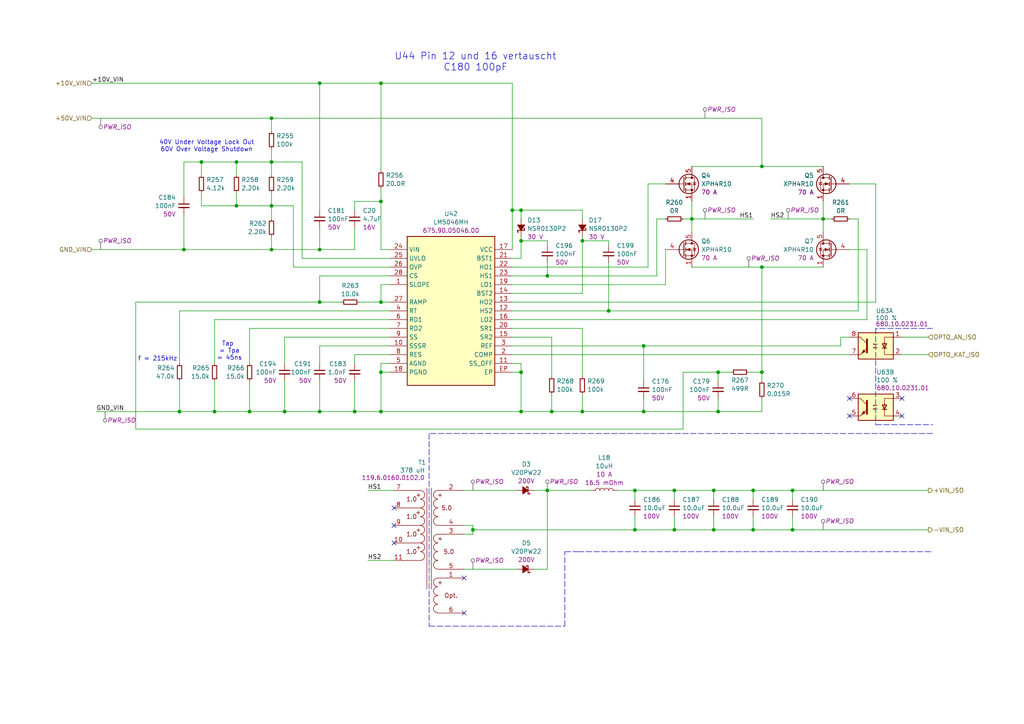
<source format=kicad_sch>
(kicad_sch (version 20250114) (generator "eeschema") (generator_version "9.0")
  (paper "A4")
  (title_block (title "CQ2") (date "2024-08-03") (rev "0") (comment 1 "Isolated Foreward Pre-Regulator") (comment 2 "Manfred Schmitz") (comment 3 "tbd") (comment 4 "2024-07-03") (comment 5 "tbd") (comment 6 "A"))
  (text "40V Under Voltage Lock Out\n60V Over Voltage Shutdown" (at 59.944 42.418 0) (effects (font (size 1.27 1.27))))
  (text "U44 Pin 12 und 16 vertauscht\nC180 100pF" (at 137.922 18.034 0) (effects (font (size 2 2))))
  (text "Tap \n= Tpa\n= 45ns" (at 66.548 101.854 0) (effects (font (size 1.27 1.27))))
  (text "f = 215kHz" (at 45.72 104.14 0) (effects (font (size 1.27 1.27))))
  (junction (at 158.75 142.24))
  (junction (at 110.49 107.95))
  (junction (at 82.55 119.38))
  (junction (at 229.87 142.24))
  (junction (at 102.87 119.38))
  (junction (at 218.44 142.24))
  (junction (at 186.69 100.33))
  (junction (at 168.91 69.85))
  (junction (at 195.58 153.67))
  (junction (at 208.28 107.95))
  (junction (at 151.13 107.95))
  (junction (at 151.13 69.85))
  (junction (at 62.23 119.38))
  (junction (at 110.49 119.38))
  (junction (at 92.71 119.38))
  (junction (at 160.02 119.38))
  (junction (at 68.58 46.99))
  (junction (at 110.49 58.42))
  (junction (at 220.98 48.26))
  (junction (at 238.76 63.5))
  (junction (at 58.42 46.99))
  (junction (at 186.69 119.38))
  (junction (at 110.49 87.63))
  (junction (at 92.71 87.63))
  (junction (at 53.34 72.39))
  (junction (at 184.15 142.24))
  (junction (at 151.13 60.96))
  (junction (at 78.74 46.99))
  (junction (at 207.01 153.67))
  (junction (at 78.74 72.39))
  (junction (at 158.75 80.01))
  (junction (at 68.58 59.69))
  (junction (at 218.44 153.67))
  (junction (at 200.66 63.5))
  (junction (at 72.39 119.38))
  (junction (at 148.59 60.96))
  (junction (at 110.49 24.13))
  (junction (at 220.98 107.95))
  (junction (at 195.58 142.24))
  (junction (at 92.71 24.13))
  (junction (at 78.74 59.69))
  (junction (at 208.28 119.38))
  (junction (at 207.01 142.24))
  (junction (at 184.15 153.67))
  (junction (at 176.53 90.17))
  (junction (at 229.87 153.67))
  (junction (at 78.74 34.29))
  (junction (at 220.98 77.47))
  (junction (at 168.91 119.38))
  (junction (at 137.16 153.67))
  (junction (at 52.07 119.38))
  (junction (at 92.71 72.39))
  (junction (at 151.13 119.38))
  (no_connect (at 246.38 120.65))
  (no_connect (at 114.3 147.32))
  (no_connect (at 114.3 157.48))
  (no_connect (at 261.62 120.65))
  (no_connect (at 134.62 167.64))
  (no_connect (at 246.38 115.57))
  (no_connect (at 261.62 115.57))
  (no_connect (at 114.3 152.4))
  (no_connect (at 134.62 177.8))
  (wire (pts (xy 176.53 69.85) (xy 176.53 71.12)))
  (polyline (pts (xy 163.83 160.02) (xy 167.64 160.02)) (stroke (width 0) (type dash)))
  (wire (pts (xy 158.75 76.2) (xy 158.75 80.01)))
  (wire (pts (xy 137.16 152.4) (xy 137.16 153.67)))
  (wire (pts (xy 200.66 58.42) (xy 200.66 63.5)))
  (wire (pts (xy 168.91 95.25) (xy 168.91 109.22)))
  (wire (pts (xy 110.49 119.38) (xy 110.49 107.95)))
  (wire (pts (xy 92.71 100.33) (xy 92.71 105.41)))
  (wire (pts (xy 176.53 76.2) (xy 176.53 90.17)))
  (wire (pts (xy 148.59 87.63) (xy 254 87.63)))
  (wire (pts (xy 106.68 162.56) (xy 114.3 162.56)))
  (wire (pts (xy 208.28 119.38) (xy 220.98 119.38)))
  (wire (pts (xy 148.59 74.93) (xy 151.13 74.93)))
  (wire (pts (xy 179.07 142.24) (xy 184.15 142.24)))
  (wire (pts (xy 148.59 97.79) (xy 160.02 97.79)))
  (wire (pts (xy 113.03 72.39) (xy 110.49 72.39)))
  (wire (pts (xy 184.15 149.86) (xy 184.15 153.67)))
  (wire (pts (xy 113.03 102.87) (xy 102.87 102.87)))
  (wire (pts (xy 195.58 153.67) (xy 184.15 153.67)))
  (wire (pts (xy 168.91 95.25) (xy 148.59 95.25)))
  (wire (pts (xy 110.49 107.95) (xy 113.03 107.95)))
  (wire (pts (xy 52.07 90.17) (xy 113.03 90.17)))
  (wire (pts (xy 200.66 77.47) (xy 220.98 77.47)))
  (wire (pts (xy 52.07 90.17) (xy 52.07 105.41)))
  (wire (pts (xy 26.67 72.39) (xy 53.34 72.39)))
  (wire (pts (xy 113.03 97.79) (xy 82.55 97.79)))
  (wire (pts (xy 104.14 87.63) (xy 110.49 87.63)))
  (wire (pts (xy 85.09 77.47) (xy 113.03 77.47)))
  (wire (pts (xy 58.42 55.88) (xy 58.42 59.69)))
  (wire (pts (xy 102.87 66.04) (xy 102.87 72.39)))
  (wire (pts (xy 261.62 102.87) (xy 269.24 102.87)))
  (wire (pts (xy 220.98 77.47) (xy 238.76 77.47)))
  (wire (pts (xy 198.12 107.95) (xy 198.12 124.46)))
  (wire (pts (xy 195.58 153.67) (xy 207.01 153.67)))
  (wire (pts (xy 261.62 97.79) (xy 269.24 97.79)))
  (wire (pts (xy 208.28 107.95) (xy 212.09 107.95)))
  (wire (pts (xy 220.98 115.57) (xy 220.98 119.38)))
  (wire (pts (xy 134.62 142.24) (xy 149.86 142.24)))
  (wire (pts (xy 72.39 110.49) (xy 72.39 119.38)))
  (wire (pts (xy 102.87 58.42) (xy 110.49 58.42)))
  (wire (pts (xy 158.75 69.85) (xy 158.75 71.12)))
  (wire (pts (xy 102.87 119.38) (xy 110.49 119.38)))
  (wire (pts (xy 154.94 165.1) (xy 158.75 165.1)))
  (wire (pts (xy 110.49 119.38) (xy 151.13 119.38)))
  (wire (pts (xy 134.62 152.4) (xy 137.16 152.4)))
  (wire (pts (xy 78.74 46.99) (xy 68.58 46.99)))
  (wire (pts (xy 113.03 95.25) (xy 72.39 95.25)))
  (wire (pts (xy 148.59 24.13) (xy 148.59 60.96)))
  (wire (pts (xy 110.49 105.41) (xy 110.49 107.95)))
  (polyline (pts (xy 254 123.19) (xy 270.51 123.19)) (stroke (width 0) (type dash)))
  (wire (pts (xy 78.74 46.99) (xy 78.74 50.8)))
  (wire (pts (xy 238.76 63.5) (xy 238.76 67.31)))
  (wire (pts (xy 184.15 142.24) (xy 184.15 144.78)))
  (wire (pts (xy 110.49 72.39) (xy 110.49 58.42)))
  (wire (pts (xy 72.39 119.38) (xy 82.55 119.38)))
  (wire (pts (xy 92.71 24.13) (xy 110.49 24.13)))
  (wire (pts (xy 254 53.34) (xy 246.38 53.34)))
  (wire (pts (xy 102.87 110.49) (xy 102.87 119.38)))
  (wire (pts (xy 187.96 53.34) (xy 193.04 53.34)))
  (wire (pts (xy 78.74 68.58) (xy 78.74 72.39)))
  (wire (pts (xy 220.98 34.29) (xy 220.98 48.26)))
  (wire (pts (xy 62.23 110.49) (xy 62.23 119.38)))
  (polyline (pts (xy 270.51 95.25) (xy 254 95.25)) (stroke (width 0) (type dash)))
  (wire (pts (xy 160.02 109.22) (xy 160.02 97.79)))
  (wire (pts (xy 78.74 55.88) (xy 78.74 59.69)))
  (wire (pts (xy 78.74 72.39) (xy 92.71 72.39)))
  (wire (pts (xy 113.03 92.71) (xy 62.23 92.71)))
  (wire (pts (xy 168.91 114.3) (xy 168.91 119.38)))
  (wire (pts (xy 238.76 63.5) (xy 241.3 63.5)))
  (wire (pts (xy 137.16 153.67) (xy 137.16 154.94)))
  (wire (pts (xy 168.91 68.58) (xy 168.91 69.85)))
  (wire (pts (xy 248.92 63.5) (xy 246.38 63.5)))
  (wire (pts (xy 251.46 72.39) (xy 251.46 92.71)))
  (wire (pts (xy 106.68 142.24) (xy 114.3 142.24)))
  (wire (pts (xy 193.04 82.55) (xy 193.04 72.39)))
  (polyline (pts (xy 270.51 125.73) (xy 124.46 125.73)) (stroke (width 0) (type dash)))
  (wire (pts (xy 26.67 34.29) (xy 78.74 34.29)))
  (wire (pts (xy 58.42 46.99) (xy 53.34 46.99)))
  (wire (pts (xy 151.13 105.41) (xy 151.13 107.95)))
  (wire (pts (xy 229.87 142.24) (xy 229.87 144.78)))
  (wire (pts (xy 148.59 102.87) (xy 246.38 102.87)))
  (wire (pts (xy 208.28 110.49) (xy 208.28 107.95)))
  (wire (pts (xy 151.13 60.96) (xy 151.13 63.5)))
  (wire (pts (xy 218.44 144.78) (xy 218.44 142.24)))
  (wire (pts (xy 68.58 59.69) (xy 78.74 59.69)))
  (wire (pts (xy 158.75 142.24) (xy 171.45 142.24)))
  (wire (pts (xy 229.87 142.24) (xy 269.24 142.24)))
  (wire (pts (xy 92.71 87.63) (xy 99.06 87.63)))
  (wire (pts (xy 72.39 95.25) (xy 72.39 105.41)))
  (wire (pts (xy 92.71 60.96) (xy 92.71 24.13)))
  (polyline (pts (xy 167.64 160.02) (xy 270.51 160.02)) (stroke (width 0) (type dash)))
  (wire (pts (xy 148.59 80.01) (xy 158.75 80.01)))
  (wire (pts (xy 68.58 46.99) (xy 58.42 46.99)))
  (wire (pts (xy 251.46 72.39) (xy 246.38 72.39)))
  (wire (pts (xy 218.44 142.24) (xy 229.87 142.24)))
  (wire (pts (xy 27.94 119.38) (xy 52.07 119.38)))
  (wire (pts (xy 198.12 63.5) (xy 200.66 63.5)))
  (wire (pts (xy 160.02 114.3) (xy 160.02 119.38)))
  (wire (pts (xy 195.58 149.86) (xy 195.58 153.67)))
  (wire (pts (xy 82.55 119.38) (xy 92.71 119.38)))
  (wire (pts (xy 52.07 110.49) (xy 52.07 119.38)))
  (wire (pts (xy 187.96 77.47) (xy 187.96 53.34)))
  (wire (pts (xy 207.01 149.86) (xy 207.01 153.67)))
  (wire (pts (xy 229.87 153.67) (xy 269.24 153.67)))
  (wire (pts (xy 154.94 142.24) (xy 158.75 142.24)))
  (wire (pts (xy 137.16 153.67) (xy 184.15 153.67)))
  (wire (pts (xy 87.63 74.93) (xy 113.03 74.93)))
  (wire (pts (xy 110.49 87.63) (xy 113.03 87.63)))
  (wire (pts (xy 160.02 119.38) (xy 168.91 119.38)))
  (wire (pts (xy 208.28 107.95) (xy 198.12 107.95)))
  (wire (pts (xy 92.71 80.01) (xy 92.71 87.63)))
  (wire (pts (xy 151.13 69.85) (xy 158.75 69.85)))
  (wire (pts (xy 148.59 72.39) (xy 148.59 60.96)))
  (wire (pts (xy 220.98 48.26) (xy 238.76 48.26)))
  (wire (pts (xy 176.53 90.17) (xy 248.92 90.17)))
  (wire (pts (xy 190.5 63.5) (xy 193.04 63.5)))
  (wire (pts (xy 78.74 59.69) (xy 78.74 63.5)))
  (wire (pts (xy 53.34 72.39) (xy 78.74 72.39)))
  (wire (pts (xy 207.01 142.24) (xy 207.01 144.78)))
  (wire (pts (xy 243.84 97.79) (xy 246.38 97.79)))
  (wire (pts (xy 53.34 46.99) (xy 53.34 57.15)))
  (wire (pts (xy 82.55 110.49) (xy 82.55 119.38)))
  (wire (pts (xy 52.07 119.38) (xy 62.23 119.38)))
  (wire (pts (xy 92.71 110.49) (xy 92.71 119.38)))
  (wire (pts (xy 78.74 59.69) (xy 85.09 59.69)))
  (wire (pts (xy 78.74 43.18) (xy 78.74 46.99)))
  (wire (pts (xy 113.03 100.33) (xy 92.71 100.33)))
  (wire (pts (xy 158.75 142.24) (xy 158.75 165.1)))
  (wire (pts (xy 190.5 80.01) (xy 190.5 63.5)))
  (wire (pts (xy 220.98 110.49) (xy 220.98 107.95)))
  (wire (pts (xy 26.67 24.13) (xy 92.71 24.13)))
  (wire (pts (xy 78.74 46.99) (xy 87.63 46.99)))
  (wire (pts (xy 229.87 149.86) (xy 229.87 153.67)))
  (polyline (pts (xy 163.83 181.61) (xy 163.83 160.02)) (stroke (width 0) (type dash)))
  (wire (pts (xy 148.59 85.09) (xy 168.91 85.09)))
  (wire (pts (xy 148.59 90.17) (xy 176.53 90.17)))
  (wire (pts (xy 200.66 63.5) (xy 200.66 67.31)))
  (wire (pts (xy 208.28 115.57) (xy 208.28 119.38)))
  (wire (pts (xy 102.87 102.87) (xy 102.87 105.41)))
  (wire (pts (xy 92.71 72.39) (xy 102.87 72.39)))
  (wire (pts (xy 82.55 97.79) (xy 82.55 105.41)))
  (wire (pts (xy 68.58 46.99) (xy 68.58 50.8)))
  (wire (pts (xy 110.49 58.42) (xy 110.49 54.61)))
  (wire (pts (xy 148.59 77.47) (xy 187.96 77.47)))
  (wire (pts (xy 151.13 69.85) (xy 151.13 74.93)))
  (wire (pts (xy 168.91 60.96) (xy 151.13 60.96)))
  (wire (pts (xy 134.62 154.94) (xy 137.16 154.94)))
  (wire (pts (xy 195.58 142.24) (xy 184.15 142.24)))
  (wire (pts (xy 102.87 60.96) (xy 102.87 58.42)))
  (wire (pts (xy 186.69 119.38) (xy 208.28 119.38)))
  (wire (pts (xy 198.12 124.46) (xy 39.37 124.46)))
  (wire (pts (xy 223.52 63.5) (xy 238.76 63.5)))
  (wire (pts (xy 87.63 46.99) (xy 87.63 74.93)))
  (wire (pts (xy 195.58 144.78) (xy 195.58 142.24)))
  (wire (pts (xy 78.74 34.29) (xy 78.74 38.1)))
  (wire (pts (xy 186.69 115.57) (xy 186.69 119.38)))
  (wire (pts (xy 168.91 69.85) (xy 176.53 69.85)))
  (wire (pts (xy 148.59 100.33) (xy 186.69 100.33)))
  (polyline (pts (xy 124.46 125.73) (xy 124.46 181.61)) (stroke (width 0) (type dash)))
  (wire (pts (xy 168.91 119.38) (xy 186.69 119.38)))
  (wire (pts (xy 78.74 34.29) (xy 220.98 34.29)))
  (wire (pts (xy 148.59 105.41) (xy 151.13 105.41)))
  (wire (pts (xy 148.59 92.71) (xy 251.46 92.71)))
  (polyline (pts (xy 254 95.25) (xy 254 123.19)) (stroke (width 0) (type dash)))
  (wire (pts (xy 110.49 24.13) (xy 148.59 24.13)))
  (wire (pts (xy 238.76 58.42) (xy 238.76 63.5)))
  (wire (pts (xy 110.49 82.55) (xy 113.03 82.55)))
  (wire (pts (xy 58.42 46.99) (xy 58.42 50.8)))
  (wire (pts (xy 254 87.63) (xy 254 53.34)))
  (wire (pts (xy 243.84 100.33) (xy 243.84 97.79)))
  (wire (pts (xy 195.58 142.24) (xy 207.01 142.24)))
  (wire (pts (xy 53.34 62.23) (xy 53.34 72.39)))
  (wire (pts (xy 168.91 63.5) (xy 168.91 60.96)))
  (wire (pts (xy 248.92 90.17) (xy 248.92 63.5)))
  (wire (pts (xy 92.71 119.38) (xy 102.87 119.38)))
  (wire (pts (xy 151.13 68.58) (xy 151.13 69.85)))
  (wire (pts (xy 218.44 149.86) (xy 218.44 153.67)))
  (wire (pts (xy 62.23 92.71) (xy 62.23 105.41)))
  (wire (pts (xy 186.69 100.33) (xy 243.84 100.33)))
  (wire (pts (xy 92.71 87.63) (xy 39.37 87.63)))
  (wire (pts (xy 62.23 119.38) (xy 72.39 119.38)))
  (wire (pts (xy 68.58 55.88) (xy 68.58 59.69)))
  (wire (pts (xy 158.75 80.01) (xy 190.5 80.01)))
  (wire (pts (xy 168.91 69.85) (xy 168.91 85.09)))
  (wire (pts (xy 113.03 105.41) (xy 110.49 105.41)))
  (wire (pts (xy 200.66 63.5) (xy 218.44 63.5)))
  (wire (pts (xy 110.49 24.13) (xy 110.49 49.53)))
  (wire (pts (xy 151.13 119.38) (xy 160.02 119.38)))
  (polyline (pts (xy 124.46 181.61) (xy 163.83 181.61)) (stroke (width 0) (type dash)))
  (wire (pts (xy 113.03 80.01) (xy 92.71 80.01)))
  (wire (pts (xy 220.98 107.95) (xy 220.98 77.47)))
  (wire (pts (xy 207.01 142.24) (xy 218.44 142.24)))
  (wire (pts (xy 217.17 107.95) (xy 220.98 107.95)))
  (wire (pts (xy 218.44 153.67) (xy 229.87 153.67)))
  (wire (pts (xy 39.37 124.46) (xy 39.37 87.63)))
  (wire (pts (xy 58.42 59.69) (xy 68.58 59.69)))
  (wire (pts (xy 148.59 107.95) (xy 151.13 107.95)))
  (wire (pts (xy 186.69 100.33) (xy 186.69 110.49)))
  (wire (pts (xy 92.71 66.04) (xy 92.71 72.39)))
  (wire (pts (xy 85.09 59.69) (xy 85.09 77.47)))
  (wire (pts (xy 200.66 48.26) (xy 220.98 48.26)))
  (wire (pts (xy 151.13 107.95) (xy 151.13 119.38)))
  (wire (pts (xy 148.59 60.96) (xy 151.13 60.96)))
  (wire (pts (xy 148.59 82.55) (xy 193.04 82.55)))
  (wire (pts (xy 207.01 153.67) (xy 218.44 153.67)))
  (wire (pts (xy 110.49 82.55) (xy 110.49 87.63)))
  (wire (pts (xy 134.62 165.1) (xy 149.86 165.1)))
  (label "HS1" (at 106.68 142.24 0))
  (label "GND_VIN" (at 27.94 119.38 0))
  (label "HS2" (at 106.68 162.56 0))
  (label "HS1" (at 218.44 63.5 180))
  (label "+10V_VIN" (at 26.67 24.13 0))
  (label "HS2" (at 223.52 63.5 0))
  (hierarchical_label "OPTO_KAT_ISO" (shape input) (at 269.24 102.87 0))
  (hierarchical_label "+10V_VIN" (shape input) (at 26.67 24.13 180))
  (hierarchical_label "+50V_VIN" (shape input) (at 26.67 34.29 180))
  (hierarchical_label "-VIN_ISO" (shape output) (at 269.24 153.67 0))
  (hierarchical_label "OPTO_AN_ISO" (shape input) (at 269.24 97.79 0))
  (hierarchical_label "GND_VIN" (shape input) (at 26.67 72.39 180))
  (hierarchical_label "+VIN_ISO" (shape output) (at 269.24 142.24 0))
  (netclass_flag "" (length 2.54) (shape round) (at 204.47 63.5 0) (property "Netclass" "PWR_ISO" (at 205.0796 60.96 0) (effects (font (italic yes)) (justify left))))
  (netclass_flag "" (length 2.54) (shape round) (at 228.6 63.5 0) (property "Netclass" "PWR_ISO" (at 229.2096 60.96 0) (effects (font (italic yes)) (justify left))))
  (netclass_flag "" (length 2.54) (shape round) (at 204.47 34.29 0) (property "Netclass" "PWR_ISO" (at 205.0796 31.75 0) (effects (font (italic yes)) (justify left))))
  (netclass_flag "" (length 2.54) (shape round) (at 29.21 72.39 0) (property "Netclass" "PWR_ISO" (at 29.8196 69.85 0) (effects (font (italic yes)) (justify left))))
  (netclass_flag "" (length 2.54) (shape round) (at 238.76 153.67 0) (property "Netclass" "PWR_ISO" (at 239.3696 151.13 0) (effects (font (italic yes)) (justify left))))
  (netclass_flag "" (length 2.54) (shape round) (at 137.16 165.1 0) (property "Netclass" "PWR_ISO" (at 137.7696 162.56 0) (effects (font (italic yes)) (justify left))))
  (netclass_flag "" (length 2.54) (shape round) (at 238.76 142.24 0) (property "Netclass" "PWR_ISO" (at 239.3696 139.7 0) (effects (font (italic yes)) (justify left))))
  (netclass_flag "" (length 2.54) (shape round) (at 217.17 77.47 0) (property "Netclass" "PWR_ISO" (at 217.7796 74.93 0) (effects (font (italic yes)) (justify left))))
  (netclass_flag "" (length 2.54) (shape round) (at 30.48 119.38 180) (property "Netclass" "PWR_ISO" (at 31.0896 121.92 0) (effects (font (italic yes)) (justify left))))
  (netclass_flag "" (length 2.54) (shape round) (at 137.16 142.24 0) (property "Netclass" "PWR_ISO" (at 137.7696 139.7 0) (effects (font (italic yes)) (justify left))))
  (netclass_flag "" (length 2.54) (shape round) (at 158.75 142.24 0) (property "Netclass" "PWR_ISO" (at 159.3596 139.7 0) (effects (font (italic yes)) (justify left))))
  (netclass_flag "" (length 2.54) (shape round) (at 29.21 34.29 180) (property "Netclass" "PWR_ISO" (at 29.8196 36.83 0) (effects (font (italic yes)) (justify left))))
  (symbol (lib_id "ci4rail-database:capacitors/86") (at 92.71 63.5 0) (unit 1)
    (property "Reference" "C181" (at 95.0341 61.082 0) (effects (justify left)))
    (property "Value" "100nF" (at 95.0341 63.5063 0) (effects (justify left)))
    (property "Footprint" "0-standard:0402-capacitor" (effects (hide yes)))
    (property "Description" "Multilayer Ceramic Capacitors" (effects (hide yes)))
    (property "Value1" "+/-10 %" (effects (hide yes)))
    (property "Value2" "50V" (at 95.0341 65.9306 0) (effects (justify left)))
    (property "Value3" "X5R/X7R" (effects (hide yes)))
    (property "MPN" "n/a" (effects (hide yes)))
    (property "LTB" "9999" (effects (hide yes)))
    (property "ERP1" "M120-00060-00" (effects (hide yes)))
    (property "ERP2" "110.42.410.050.0" (effects (hide yes)))
    (property "Cost" "0.02" (effects (hide yes)))
    (property "Lifecycle" "released" (effects (hide yes)))
    (property "Outline" "SMT 0402" (effects (hide yes)))
    (instances (project "cq2" (path "" (reference "C181") (unit 1)) (path "" (reference "C182") (unit 1))))
  )
  (symbol (lib_id "ci4rail-database:resistors/106") (at 110.49 52.07 0) (unit 1)
    (property "Reference" "R256" (at 111.887 50.8578 0) (effects (justify left)))
    (property "Value" "20.0R" (at 111.887 53.2821 0) (effects (justify left)))
    (property "Footprint" "0-standard:0402-resistor" (effects (hide yes)))
    (property "Description" "Thick film resistor" (effects (hide yes)))
    (property "Value1" "+/-1%" (effects (hide yes)))
    (property "Value2" "100 ppm" (effects (hide yes)))
    (property "Value3" "62.5 mW" (effects (hide yes)))
    (property "Value4" "50 V" (effects (hide yes)))
    (property "MPN" "n/a" (effects (hide yes)))
    (property "LTB" "9999" (effects (hide yes)))
    (property "ERP1" "M110-00090-00" (effects (hide yes)))
    (property "ERP2" "101.403.0200" (effects (hide yes)))
    (property "Lifecycle" "released" (effects (hide yes)))
    (property "Cost" "0.01" (effects (hide yes)))
    (property "Outline" "SMT 0402" (effects (hide yes)))
    (instances (project "cq2" (path "" (reference "R256") (unit 1)) (path "" (reference "R272") (unit 1))))
  )
  (symbol (lib_id "ci4rail-database:discrete/66") (at 168.91 66.04 90) (unit 1)
    (property "Reference" "D17" (at 170.688 63.8697 90) (effects (justify right)))
    (property "Value" "NSR0130P2" (at 170.688 66.294 90) (effects (justify right)))
    (property "Footprint" "0-standard:SOD-523-diode" (effects (hide yes)))
    (property "Datasheet" "${KICAD_CI4RAIL_DATASHEET_DIR}/discrete-66" (effects (hide yes)))
    (property "Description" "Schottky Diode" (effects (hide yes)))
    (property "Value1" "30 V" (at 170.688 68.7183 90) (effects (justify right)))
    (property "Value2" "100 mA" (effects (hide yes)))
    (property "Value3" "3 uA" (effects (hide yes)))
    (property "Value4" "0.385 V @ 10 mA" (effects (hide yes)))
    (property "MPN" "ONSemi NSR0130P2T5G" (effects (hide yes)))
    (property "MPN1" "Nexperia 1PS79SB30" (effects (hide yes)))
    (property "LTB" "2034" (effects (hide yes)))
    (property "ERP1" "discrete-66" (effects (hide yes)))
    (property "ERP2" "690.31.0054.2" (effects (hide yes)))
    (property "Cost" "0.04" (effects (hide yes)))
    (property "Lifecycle" "released" (effects (hide yes)))
    (property "Outline" "SMT SOD-523" (effects (hide yes)))
    (instances (project "cq2" (path "" (reference "D17") (unit 1)) (path "" (reference "D18") (unit 1))))
  )
  (symbol (lib_id "ci4rail-database:capacitors/23") (at 229.87 147.32 0) (unit 1)
    (property "Reference" "C190" (at 232.1941 144.902 0) (effects (justify left)))
    (property "Value" "10.0uF" (at 232.1941 147.3263 0) (effects (justify left)))
    (property "Footprint" "0-standard:1210-2.5-capacitor" (effects (hide yes)))
    (property "Description" "Multilayer Ceramic Capacitors" (effects (hide yes)))
    (property "Value1" "+/-20 %" (effects (hide yes)))
    (property "Value2" "100V" (at 232.1941 149.7506 0) (effects (justify left)))
    (property "Value3" "X7R/X7S" (effects (hide yes)))
    (property "MPN" "n/a" (effects (hide yes)))
    (property "LTB" "9999" (effects (hide yes)))
    (property "ERP1" "M120-00012-01" (effects (hide yes)))
    (property "ERP2" "110.11.610.100.1" (effects (hide yes)))
    (property "Lifecycle" "released" (effects (hide yes)))
    (property "Outline" "SMT 1210 2.5" (effects (hide yes)))
    (instances (project "cq2" (path "" (reference "C190") (unit 1)) (path "" (reference "C205") (unit 1))))
  )
  (symbol (lib_id "ci4rail-database:opto/8") (at 254 118.11 0) (mirror y) (unit 2)
    (property "Reference" "U63" (at 256.794 107.95 0))
    (property "Value" "100 %" (at 257.302 110.236 0))
    (property "Footprint" "1-special:opto-7" (effects (hide yes)))
    (property "Datasheet" "${KICAD_CI4RAIL_DATASHEET_DIR}/M151-00003-01" (effects (hide yes)))
    (property "Description" "Optocoupler dual" (effects (hide yes)))
    (property "Value1" "70 V" (effects (hide yes)))
    (property "Value2" "150 mA" (effects (hide yes)))
    (property "Value3" "2500 Vrms" (effects (hide yes)))
    (property "Value4" "7.5 us" (effects (hide yes)))
    (property "MPN" "ONSemi MOCD213M" (effects (hide yes)))
    (property "LTB" "2032" (effects (hide yes)))
    (property "ERP1" "M151-00003-01" (effects (hide yes)))
    (property "ERP2" "680.10.0231.01" (at 261.874 112.522 0))
    (property "Cost" "0.46" (effects (hide yes)))
    (property "Lifecycle" "released" (effects (hide yes)))
    (property "Outline" "SMT 6x5x3.6" (effects (hide yes)))
    (instances (project "cq2" (path "" (reference "U63") (unit 2)) (path "" (reference "U66") (unit 2))))
  )
  (symbol (lib_id "ci4rail-database:resistors/179") (at 101.6 87.63 90) (unit 1)
    (property "Reference" "R263" (at 101.6 82.8505 90))
    (property "Value" "10.0k" (at 101.6 85.2748 90))
    (property "Footprint" "0-standard:0402-resistor" (effects (hide yes)))
    (property "Description" "Thick film resistor" (effects (hide yes)))
    (property "Value1" "+/-1%" (effects (hide yes)))
    (property "Value2" "100 ppm" (effects (hide yes)))
    (property "Value3" "62.5 mW" (effects (hide yes)))
    (property "Value4" "50 V" (effects (hide yes)))
    (property "MPN" "n/a" (effects (hide yes)))
    (property "LTB" "9999" (effects (hide yes)))
    (property "ERP1" "M110-00163-00" (effects (hide yes)))
    (property "ERP2" "101.403.3100" (effects (hide yes)))
    (property "Lifecycle" "released" (effects (hide yes)))
    (property "Cost" "0.01" (effects (hide yes)))
    (property "Outline" "SMT 0402" (effects (hide yes)))
    (instances (project "cq2" (path "" (reference "R263") (unit 1)) (path "" (reference "R279") (unit 1))))
  )
  (symbol (lib_id "ci4rail-database:resistors/167") (at 58.42 53.34 0) (unit 1)
    (property "Reference" "R257" (at 59.817 52.1278 0) (effects (justify left)))
    (property "Value" "4.12k" (at 59.817 54.5521 0) (effects (justify left)))
    (property "Footprint" "0-standard:0402-resistor" (effects (hide yes)))
    (property "Description" "Thick film resistor" (effects (hide yes)))
    (property "Value1" "+/-1%" (effects (hide yes)))
    (property "Value2" "100 ppm" (effects (hide yes)))
    (property "Value3" "62.5 mW" (effects (hide yes)))
    (property "Value4" "50 V" (effects (hide yes)))
    (property "MPN" "n/a" (effects (hide yes)))
    (property "LTB" "9999" (effects (hide yes)))
    (property "ERP1" "M110-00151-00" (effects (hide yes)))
    (property "ERP2" "101.403.2412" (effects (hide yes)))
    (property "Lifecycle" "released" (effects (hide yes)))
    (property "Cost" "0.01" (effects (hide yes)))
    (property "Outline" "SMT 0402" (effects (hide yes)))
    (instances (project "cq2" (path "" (reference "R257") (unit 1)) (path "" (reference "R273") (unit 1))))
  )
  (symbol (lib_id "ci4rail-database:resistors/185") (at 62.23 107.95 0) (unit 1)
    (property "Reference" "R265" (at 60.833 106.7378 0) (effects (justify right)))
    (property "Value" "15.0k" (at 60.833 109.1621 0) (effects (justify right)))
    (property "Footprint" "0-standard:0402-resistor" (effects (hide yes)))
    (property "Description" "Thick film resistor" (effects (hide yes)))
    (property "Value1" "+/-1%" (effects (hide yes)))
    (property "Value2" "100 ppm" (effects (hide yes)))
    (property "Value3" "62.5 mW" (effects (hide yes)))
    (property "Value4" "50 V" (effects (hide yes)))
    (property "MPN" "n/a" (effects (hide yes)))
    (property "LTB" "9999" (effects (hide yes)))
    (property "ERP1" "M110-00169-00" (effects (hide yes)))
    (property "ERP2" "101.403.3150" (effects (hide yes)))
    (property "Lifecycle" "released" (effects (hide yes)))
    (property "Cost" "0.01" (effects (hide yes)))
    (property "Outline" "SMT 0402" (effects (hide yes)))
    (instances (project "cq2" (path "" (reference "R265") (unit 1)) (path "" (reference "R281") (unit 1))))
  )
  (symbol (lib_id "ci4rail-database:capacitors/69") (at 102.87 107.95 0) (unit 1)
    (property "Reference" "C183" (at 100.5459 105.532 0) (effects (justify right)))
    (property "Value" "1.0nF" (at 100.5459 107.9563 0) (effects (justify right)))
    (property "Footprint" "0-standard:0402-capacitor" (effects (hide yes)))
    (property "Description" "Multilayer Ceramic Capacitors" (effects (hide yes)))
    (property "Value1" "+/-10 %" (effects (hide yes)))
    (property "Value2" "50V" (at 100.5459 110.3806 0) (effects (justify right)))
    (property "Value3" "X5R/X7R" (effects (hide yes)))
    (property "MPN" "n/a" (effects (hide yes)))
    (property "LTB" "9999" (effects (hide yes)))
    (property "ERP1" "M120-00043-00" (effects (hide yes)))
    (property "ERP2" "110.42.210.050.0" (effects (hide yes)))
    (property "Cost" "0.02" (effects (hide yes)))
    (property "Lifecycle" "released" (effects (hide yes)))
    (property "Outline" "SMT 0402" (effects (hide yes)))
    (instances (project "cq2" (path "" (reference "C183") (unit 1)) (path "" (reference "C198") (unit 1))))
  )
  (symbol (lib_id "ci4rail-database:discrete/59") (at 198.12 72.39 0) (unit 1)
    (property "Reference" "Q6" (at 203.3524 69.9657 0) (effects (justify left)))
    (property "Value" "XPH4R10" (at 203.3524 72.39 0) (effects (justify left)))
    (property "Footprint" "1-special:discrete-59" (effects (hide yes)))
    (property "Datasheet" "${KICAD_CI4RAIL_DATASHEET_DIR}/M145-00007-00" (effects (hide yes)))
    (property "Description" "Transistor MOSFET N-Channel" (effects (hide yes)))
    (property "Value2" "70 A" (at 203.3524 74.8143 0) (effects (justify left)))
    (property "Value1" "100 V" (effects (hide yes)))
    (property "Value3" "8.5 mOhm" (effects (hide yes)))
    (property "Value4" "4 V / 75 nC" (effects (hide yes)))
    (property "MPN" "Toshiba XPH4R10ANB,L1XHQ" (effects (hide yes)))
    (property "MPN1" "Toshiba XPH4R10ANB,L1XHQ" (effects (hide yes)))
    (property "MPN2" "Diodes DMT10H009SPS-13" (effects (hide yes)))
    (property "LTB" "2033" (effects (hide yes)))
    (property "ERP1" "M145-00007-00" (effects (hide yes)))
    (property "ERP2" "691.00.10070.00" (effects (hide yes)))
    (property "Cost" "0.66" (effects (hide yes)))
    (property "Lifecycle" "released" (effects (hide yes)))
    (property "Outline" "SMT SOP-Advance-8" (effects (hide yes)))
    (instances (project "cq2" (path "" (reference "Q6") (unit 1)) (path "" (reference "Q10") (unit 1))))
  )
  (symbol (lib_id "ci4rail-database:capacitors/86") (at 186.69 113.03 0) (unit 1)
    (property "Reference" "C176" (at 189.0141 110.612 0) (effects (justify left)))
    (property "Value" "100nF" (at 189.0141 113.0363 0) (effects (justify left)))
    (property "Footprint" "0-standard:0402-capacitor" (effects (hide yes)))
    (property "Description" "Multilayer Ceramic Capacitors" (effects (hide yes)))
    (property "Value1" "+/-10 %" (effects (hide yes)))
    (property "Value2" "50V" (at 189.0141 115.4606 0) (effects (justify left)))
    (property "Value3" "X5R/X7R" (effects (hide yes)))
    (property "MPN" "n/a" (effects (hide yes)))
    (property "LTB" "9999" (effects (hide yes)))
    (property "ERP1" "M120-00060-00" (effects (hide yes)))
    (property "ERP2" "110.42.410.050.0" (effects (hide yes)))
    (property "Cost" "0.02" (effects (hide yes)))
    (property "Lifecycle" "released" (effects (hide yes)))
    (property "Outline" "SMT 0402" (effects (hide yes)))
    (instances (project "" (path "" (reference "C176") (unit 1)) (path "" (reference "C177") (unit 1))))
  )
  (symbol (lib_id "ci4rail-database:resistors/212") (at 160.02 111.76 0) (unit 1)
    (property "Reference" "R268" (at 161.417 110.5478 0) (effects (justify left)))
    (property "Value" "100k" (at 161.417 112.9721 0) (effects (justify left)))
    (property "Footprint" "0-standard:0402-resistor" (effects (hide yes)))
    (property "Description" "Thick film resistor" (effects (hide yes)))
    (property "Value1" "+/-1%" (effects (hide yes)))
    (property "Value2" "100 ppm" (effects (hide yes)))
    (property "Value3" "62.5 mW" (effects (hide yes)))
    (property "Value4" "50 V" (effects (hide yes)))
    (property "MPN" "n/a" (effects (hide yes)))
    (property "LTB" "9999" (effects (hide yes)))
    (property "ERP1" "M110-00196-00" (effects (hide yes)))
    (property "ERP2" "101.403.4100" (effects (hide yes)))
    (property "Lifecycle" "released" (effects (hide yes)))
    (property "Cost" "0.01" (effects (hide yes)))
    (property "Outline" "SMT 0402" (effects (hide yes)))
    (instances (project "cq2" (path "" (reference "R268") (unit 1)) (path "" (reference "R284") (unit 1))))
  )
  (symbol (lib_id "ci4rail-database:inductors/45") (at 124.46 156.21 0) (mirror y) (unit 1)
    (property "Reference" "T1" (at 122.428 134.112 0))
    (property "Value" "378 uH" (at 119.634 136.398 0))
    (property "Footprint" "1-special:inductors-45" (effects (hide yes)))
    (property "Datasheet" "${KICAD_CI4RAIL_DATASHEET_DIR}/inductors-45" (effects (hide yes)))
    (property "Description" "Power Forward Transformer" (effects (hide yes)))
    (property "Value1" "5:5:4" (effects (hide yes)))
    (property "Value2" "160W" (effects (hide yes)))
    (property "Value3" "1500 VAC" (effects (hide yes)))
    (property "MPN" "Coilcraft PL160-102L" (effects (hide yes)))
    (property "LTB" "2034" (effects (hide yes)))
    (property "ERP1" "inductors-45" (effects (hide yes)))
    (property "ERP2" "119.6.0160.0102.0" (at 114.046 138.5683 0))
    (property "Cost" "14.42" (effects (hide yes)))
    (property "Lifecycle" "EPR1 pending CQ2" (effects (hide yes)))
    (property "Outline" "SMT 23.37x20.83x9.14mm" (effects (hide yes)))
    (instances (project "cq2" (path "" (reference "T1") (unit 1)) (path "" (reference "T2") (unit 1))))
  )
  (symbol (lib_id "ci4rail-database:resistors/200") (at 52.07 107.95 0) (unit 1)
    (property "Reference" "R264" (at 50.673 106.7378 0) (effects (justify right)))
    (property "Value" "47.0k" (at 50.673 109.1621 0) (effects (justify right)))
    (property "Footprint" "0-standard:0402-resistor" (effects (hide yes)))
    (property "Description" "Thick film resistor" (effects (hide yes)))
    (property "Value1" "+/-1%" (effects (hide yes)))
    (property "Value2" "100 ppm" (effects (hide yes)))
    (property "Value3" "62.5 mW" (effects (hide yes)))
    (property "Value4" "50 V" (effects (hide yes)))
    (property "MPN" "n/a" (effects (hide yes)))
    (property "LTB" "9999" (effects (hide yes)))
    (property "ERP1" "M110-00184-00" (effects (hide yes)))
    (property "ERP2" "101.403.3470" (effects (hide yes)))
    (property "Lifecycle" "released" (effects (hide yes)))
    (property "Cost" "0.01" (effects (hide yes)))
    (property "Outline" "SMT 0402" (effects (hide yes)))
    (instances (project "cq2" (path "" (reference "R264") (unit 1)) (path "" (reference "R280") (unit 1))))
  )
  (symbol (lib_id "ci4rail-database:resistors/185") (at 72.39 107.95 0) (unit 1)
    (property "Reference" "R266" (at 70.993 106.7378 0) (effects (justify right)))
    (property "Value" "15.0k" (at 70.993 109.1621 0) (effects (justify right)))
    (property "Footprint" "0-standard:0402-resistor" (effects (hide yes)))
    (property "Description" "Thick film resistor" (effects (hide yes)))
    (property "Value1" "+/-1%" (effects (hide yes)))
    (property "Value2" "100 ppm" (effects (hide yes)))
    (property "Value3" "62.5 mW" (effects (hide yes)))
    (property "Value4" "50 V" (effects (hide yes)))
    (property "MPN" "n/a" (effects (hide yes)))
    (property "LTB" "9999" (effects (hide yes)))
    (property "ERP1" "M110-00169-00" (effects (hide yes)))
    (property "ERP2" "101.403.3150" (effects (hide yes)))
    (property "Lifecycle" "released" (effects (hide yes)))
    (property "Cost" "0.01" (effects (hide yes)))
    (property "Outline" "SMT 0402" (effects (hide yes)))
    (instances (project "cq2" (path "" (reference "R266") (unit 1)) (path "" (reference "R282") (unit 1))))
  )
  (symbol (lib_id "ci4rail-database:inductors/48") (at 175.26 142.24 90) (unit 1)
    (property "Reference" "L18" (at 175.26 132.7416 90))
    (property "Value" "10uH" (at 175.26 135.1659 90))
    (property "Footprint" "1-special:inductors-48" (effects (hide yes)))
    (property "Datasheet" "${KICAD_CI4RAIL_DATASHEET_DIR}/inductors-48" (effects (hide yes)))
    (property "Description" "Power Inductor" (effects (hide yes)))
    (property "Value1" "10 A" (at 175.26 137.5902 90))
    (property "Value2" "16.5 mOhm" (at 175.26 140.0145 90))
    (property "MPN" "Bourns SRP1265A-100M" (effects (hide yes)))
    (property "LTB" "2034" (effects (hide yes)))
    (property "Lifecycle" "review pending CQ2" (effects (hide yes)))
    (property "Cost" "0.72" (effects (hide yes)))
    (property "ERP1" "inductors-48" (effects (hide yes)))
    (property "ERP2" "119.1.135125.310.100" (effects (hide yes)))
    (property "Outline" "SMT 13.5x12.5x6.2mm" (effects (hide yes)))
    (instances (project "cq2" (path "" (reference "L18") (unit 1)) (path "" (reference "L19") (unit 1))))
  )
  (symbol (lib_id "ci4rail-database:discrete/59") (at 241.3 53.34 0) (mirror y) (unit 1)
    (property "Reference" "Q5" (at 236.0676 50.9157 0) (effects (justify left)))
    (property "Value" "XPH4R10" (at 236.0676 53.34 0) (effects (justify left)))
    (property "Footprint" "1-special:discrete-59" (effects (hide yes)))
    (property "Datasheet" "${KICAD_CI4RAIL_DATASHEET_DIR}/M145-00007-00" (effects (hide yes)))
    (property "Description" "Transistor MOSFET N-Channel" (effects (hide yes)))
    (property "Value2" "70 A" (at 236.0676 55.7643 0) (effects (justify left)))
    (property "Value1" "100 V" (effects (hide yes)))
    (property "Value3" "8.5 mOhm" (effects (hide yes)))
    (property "Value4" "4 V / 75 nC" (effects (hide yes)))
    (property "MPN" "Toshiba XPH4R10ANB,L1XHQ" (effects (hide yes)))
    (property "MPN1" "Toshiba XPH4R10ANB,L1XHQ" (effects (hide yes)))
    (property "MPN2" "Diodes DMT10H009SPS-13" (effects (hide yes)))
    (property "LTB" "2033" (effects (hide yes)))
    (property "ERP1" "M145-00007-00" (effects (hide yes)))
    (property "ERP2" "691.00.10070.00" (effects (hide yes)))
    (property "Cost" "0.66" (effects (hide yes)))
    (property "Lifecycle" "released" (effects (hide yes)))
    (property "Outline" "SMT SOP-Advance-8" (effects (hide yes)))
    (instances (project "cq2" (path "" (reference "Q5") (unit 1)) (path "" (reference "Q9") (unit 1))))
  )
  (symbol (lib_id "ci4rail-database:discrete/66") (at 151.13 66.04 90) (unit 1)
    (property "Reference" "D13" (at 152.908 63.8697 90) (effects (justify right)))
    (property "Value" "NSR0130P2" (at 152.908 66.294 90) (effects (justify right)))
    (property "Footprint" "0-standard:SOD-523-diode" (effects (hide yes)))
    (property "Datasheet" "${KICAD_CI4RAIL_DATASHEET_DIR}/discrete-66" (effects (hide yes)))
    (property "Description" "Schottky Diode" (effects (hide yes)))
    (property "Value1" "30 V" (at 152.908 68.7183 90) (effects (justify right)))
    (property "Value2" "100 mA" (effects (hide yes)))
    (property "Value3" "3 uA" (effects (hide yes)))
    (property "Value4" "0.385 V @ 10 mA" (effects (hide yes)))
    (property "MPN" "ONSemi NSR0130P2T5G" (effects (hide yes)))
    (property "MPN1" "Nexperia 1PS79SB30" (effects (hide yes)))
    (property "LTB" "2034" (effects (hide yes)))
    (property "ERP1" "discrete-66" (effects (hide yes)))
    (property "ERP2" "690.31.0054.2" (effects (hide yes)))
    (property "Cost" "0.04" (effects (hide yes)))
    (property "Lifecycle" "released" (effects (hide yes)))
    (property "Outline" "SMT SOD-523" (effects (hide yes)))
    (instances (project "" (path "" (reference "D13") (unit 1)) (path "" (reference "D14") (unit 1))))
  )
  (symbol (lib_id "ci4rail-database:discrete/68") (at 152.4 165.1 180) (unit 1)
    (property "Reference" "D5" (at 152.654 157.5153 0))
    (property "Value" "V20PW22" (at 152.654 159.9396 0))
    (property "Footprint" "1-special:discrete-68" (effects (hide yes)))
    (property "Datasheet" "${KICAD_CI4RAIL_DATASHEET_DIR}/discrete-68" (effects (hide yes)))
    (property "Description" "Schottky Diode" (effects (hide yes)))
    (property "Value1" "200V" (at 152.654 162.3639 0))
    (property "Value2" "20 A" (effects (hide yes)))
    (property "Value3" "300 uA" (effects (hide yes)))
    (property "Value4" "0.73V @ 5 A" (effects (hide yes)))
    (property "MPN" "Vishay V20PW22-M3/I" (effects (hide yes)))
    (property "LTB" "2032" (effects (hide yes)))
    (property "ERP1" "discrete-68" (effects (hide yes)))
    (property "ERP2" "690.31.20200.10" (effects (hide yes)))
    (property "Cost" "0.79" (effects (hide yes)))
    (property "Lifecycle" "review pending CQ2" (effects (hide yes)))
    (property "Outline" "SMT SlimDPAK" (effects (hide yes)))
    (instances (project "cq2" (path "" (reference "D5") (unit 1)) (path "" (reference "D6") (unit 1))))
  )
  (symbol (lib_id "ci4rail-database:opto/8") (at 254 100.33 0) (mirror y) (unit 1)
    (property "Reference" "U63" (at 256.54 90.17 0))
    (property "Value" "100 %" (at 257.048 92.202 0))
    (property "Footprint" "1-special:opto-7" (effects (hide yes)))
    (property "Datasheet" "${KICAD_CI4RAIL_DATASHEET_DIR}/M151-00003-01" (effects (hide yes)))
    (property "Description" "Optocoupler dual" (effects (hide yes)))
    (property "Value1" "70 V" (effects (hide yes)))
    (property "Value2" "150 mA" (effects (hide yes)))
    (property "Value3" "2500 Vrms" (effects (hide yes)))
    (property "Value4" "7.5 us" (effects (hide yes)))
    (property "MPN" "ONSemi MOCD213M" (effects (hide yes)))
    (property "LTB" "2032" (effects (hide yes)))
    (property "ERP1" "M151-00003-01" (effects (hide yes)))
    (property "ERP2" "680.10.0231.01" (at 261.62 93.98 0))
    (property "Cost" "0.46" (effects (hide yes)))
    (property "Lifecycle" "released" (effects (hide yes)))
    (property "Outline" "SMT 6x5x3.6" (effects (hide yes)))
    (instances (project "cq2" (path "" (reference "U63") (unit 1)) (path "" (reference "U66") (unit 1))))
  )
  (symbol (lib_id "ci4rail-database:capacitors/23") (at 218.44 147.32 0) (unit 1)
    (property "Reference" "C189" (at 220.7641 144.902 0) (effects (justify left)))
    (property "Value" "10.0uF" (at 220.7641 147.3263 0) (effects (justify left)))
    (property "Footprint" "0-standard:1210-2.5-capacitor" (effects (hide yes)))
    (property "Description" "Multilayer Ceramic Capacitors" (effects (hide yes)))
    (property "Value1" "+/-20 %" (effects (hide yes)))
    (property "Value2" "100V" (at 220.7641 149.7506 0) (effects (justify left)))
    (property "Value3" "X7R/X7S" (effects (hide yes)))
    (property "MPN" "n/a" (effects (hide yes)))
    (property "LTB" "9999" (effects (hide yes)))
    (property "ERP1" "M120-00012-01" (effects (hide yes)))
    (property "ERP2" "110.11.610.100.1" (effects (hide yes)))
    (property "Lifecycle" "released" (effects (hide yes)))
    (property "Outline" "SMT 1210 2.5" (effects (hide yes)))
    (instances (project "cq2" (path "" (reference "C189") (unit 1)) (path "" (reference "C204") (unit 1))))
  )
  (symbol (lib_id "ci4rail-database:capacitors/86") (at 158.75 73.66 0) (unit 1)
    (property "Reference" "C196" (at 161.0741 71.242 0) (effects (justify left)))
    (property "Value" "100nF" (at 161.0741 73.6663 0) (effects (justify left)))
    (property "Footprint" "0-standard:0402-capacitor" (effects (hide yes)))
    (property "Description" "Multilayer Ceramic Capacitors" (effects (hide yes)))
    (property "Value1" "+/-10 %" (effects (hide yes)))
    (property "Value2" "50V" (at 161.0741 76.0906 0) (effects (justify left)))
    (property "Value3" "X5R/X7R" (effects (hide yes)))
    (property "MPN" "n/a" (effects (hide yes)))
    (property "LTB" "9999" (effects (hide yes)))
    (property "ERP1" "M120-00060-00" (effects (hide yes)))
    (property "ERP2" "110.42.410.050.0" (effects (hide yes)))
    (property "Cost" "0.02" (effects (hide yes)))
    (property "Lifecycle" "released" (effects (hide yes)))
    (property "Outline" "SMT 0402" (effects (hide yes)))
    (instances (project "cq2" (path "" (reference "C196") (unit 1)) (path "" (reference "C197") (unit 1))))
  )
  (symbol (lib_id "ci4rail-database:capacitors/91") (at 102.87 63.5 0) (unit 1)
    (property "Reference" "C20" (at 105.1941 61.082 0) (effects (justify left)))
    (property "Value" "4.7uF" (at 105.1941 63.5063 0) (effects (justify left)))
    (property "Footprint" "0-standard:0402-capacitor" (effects (hide yes)))
    (property "Description" "Multilayer Ceramic Capacitors" (effects (hide yes)))
    (property "Value1" "+/-20 %" (effects (hide yes)))
    (property "Value2" "16V" (at 105.1941 65.9306 0) (effects (justify left)))
    (property "Value3" "X5R" (effects (hide yes)))
    (property "MPN" "n/a" (effects (hide yes)))
    (property "LTB" "9999" (effects (hide yes)))
    (property "ERP1" "M120-00065-00" (effects (hide yes)))
    (property "ERP2" "110.42.547.016.0" (effects (hide yes)))
    (property "Cost" "0.1" (effects (hide yes)))
    (property "Lifecycle" "released" (effects (hide yes)))
    (property "Outline" "SMT 0402" (effects (hide yes)))
    (instances (project "" (path "" (reference "C20") (unit 1)) (path "" (reference "C21") (unit 1))))
  )
  (symbol (lib_id "ci4rail-database:discrete/59") (at 241.3 72.39 0) (mirror y) (unit 1)
    (property "Reference" "Q7" (at 236.0676 69.9657 0) (effects (justify left)))
    (property "Value" "XPH4R10" (at 236.0676 72.39 0) (effects (justify left)))
    (property "Footprint" "1-special:discrete-59" (effects (hide yes)))
    (property "Datasheet" "${KICAD_CI4RAIL_DATASHEET_DIR}/M145-00007-00" (effects (hide yes)))
    (property "Description" "Transistor MOSFET N-Channel" (effects (hide yes)))
    (property "Value2" "70 A" (at 236.0676 74.8143 0) (effects (justify left)))
    (property "Value1" "100 V" (effects (hide yes)))
    (property "Value3" "8.5 mOhm" (effects (hide yes)))
    (property "Value4" "4 V / 75 nC" (effects (hide yes)))
    (property "MPN" "Toshiba XPH4R10ANB,L1XHQ" (effects (hide yes)))
    (property "MPN1" "Toshiba XPH4R10ANB,L1XHQ" (effects (hide yes)))
    (property "MPN2" "Diodes DMT10H009SPS-13" (effects (hide yes)))
    (property "LTB" "2033" (effects (hide yes)))
    (property "ERP1" "M145-00007-00" (effects (hide yes)))
    (property "ERP2" "691.00.10070.00" (effects (hide yes)))
    (property "Cost" "0.66" (effects (hide yes)))
    (property "Lifecycle" "released" (effects (hide yes)))
    (property "Outline" "SMT SOP-Advance-8" (effects (hide yes)))
    (instances (project "cq2" (path "" (reference "Q7") (unit 1)) (path "" (reference "Q11") (unit 1))))
  )
  (symbol (lib_id "ci4rail-database:discrete/68") (at 152.4 142.24 180) (unit 1)
    (property "Reference" "D3" (at 152.654 134.6553 0))
    (property "Value" "V20PW22" (at 152.654 137.0796 0))
    (property "Footprint" "1-special:discrete-68" (effects (hide yes)))
    (property "Datasheet" "${KICAD_CI4RAIL_DATASHEET_DIR}/discrete-68" (effects (hide yes)))
    (property "Description" "Schottky Diode" (effects (hide yes)))
    (property "Value1" "200V" (at 152.654 139.5039 0))
    (property "Value2" "20 A" (effects (hide yes)))
    (property "Value3" "300 uA" (effects (hide yes)))
    (property "Value4" "0.73V @ 5 A" (effects (hide yes)))
    (property "MPN" "Vishay V20PW22-M3/I" (effects (hide yes)))
    (property "LTB" "2032" (effects (hide yes)))
    (property "ERP1" "discrete-68" (effects (hide yes)))
    (property "ERP2" "690.31.20200.10" (effects (hide yes)))
    (property "Cost" "0.79" (effects (hide yes)))
    (property "Lifecycle" "review pending CQ2" (effects (hide yes)))
    (property "Outline" "SMT SlimDPAK" (effects (hide yes)))
    (instances (project "" (path "" (reference "D3") (unit 1)) (path "" (reference "D4") (unit 1))))
  )
  (symbol (lib_id "ci4rail-database:resistors/240") (at 220.98 113.03 0) (unit 1)
    (property "Reference" "R270" (at 222.377 111.8178 0) (effects (justify left)))
    (property "Value" "0.015R" (at 222.377 114.2421 0) (effects (justify left)))
    (property "Footprint" "0-standard:1206-shunt-resistor" (effects (hide yes)))
    (property "Datasheet" "${KICAD_CI4RAIL_DATASHEET_DIR}/resistors-240" (effects (hide yes)))
    (property "Description" "Shunt-Resistor" (effects (hide yes)))
    (property "Value1" "+/-1 %" (effects (hide yes)))
    (property "Value2" "100 ppm" (effects (hide yes)))
    (property "Value3" "1 W" (effects (hide yes)))
    (property "Value4" "50V" (effects (hide yes)))
    (property "MPN" "n/a" (effects (hide yes)))
    (property "LTB" "9999" (effects (hide yes)))
    (property "ERP1" "resistor-240" (effects (hide yes)))
    (property "ERP2" "101.207.00015" (effects (hide yes)))
    (property "Lifecycle" "ERP1 pending CQ2" (effects (hide yes)))
    (property "Cost" "0.20" (effects (hide yes)))
    (property "Outline" "SMT 1206" (effects (hide yes)))
    (instances (project "cq2" (path "" (reference "R270") (unit 1)) (path "" (reference "R286") (unit 1))))
  )
  (symbol (lib_id "ci4rail-database:resistors/159") (at 78.74 53.34 0) (unit 1)
    (property "Reference" "R259" (at 80.137 52.1278 0) (effects (justify left)))
    (property "Value" "2.20k" (at 80.137 54.5521 0) (effects (justify left)))
    (property "Footprint" "0-standard:0402-resistor" (effects (hide yes)))
    (property "Description" "Thick film resistor" (effects (hide yes)))
    (property "Value1" "+/-1%" (effects (hide yes)))
    (property "Value2" "100 ppm" (effects (hide yes)))
    (property "Value3" "62.5 mW" (effects (hide yes)))
    (property "Value4" "50 V" (effects (hide yes)))
    (property "MPN" "n/a" (effects (hide yes)))
    (property "LTB" "9999" (effects (hide yes)))
    (property "ERP1" "M110-00143-00" (effects (hide yes)))
    (property "ERP2" "101.403.2220" (effects (hide yes)))
    (property "Lifecycle" "released" (effects (hide yes)))
    (property "Cost" "0.01" (effects (hide yes)))
    (property "Outline" "SMT 0402" (effects (hide yes)))
    (instances (project "cq2" (path "" (reference "R259") (unit 1)) (path "" (reference "R275") (unit 1))))
  )
  (symbol (lib_id "ci4rail-database:resistors/143") (at 214.63 107.95 90) (unit 1)
    (property "Reference" "R267" (at 214.63 110.3051 90))
    (property "Value" "499R" (at 214.63 112.7294 90))
    (property "Footprint" "0-standard:0402-resistor" (effects (hide yes)))
    (property "Description" "Thick film resistor" (effects (hide yes)))
    (property "Value1" "+/-1%" (effects (hide yes)))
    (property "Value2" "100 ppm" (effects (hide yes)))
    (property "Value3" "62.5 mW" (effects (hide yes)))
    (property "Value4" "50 V" (effects (hide yes)))
    (property "MPN" "n/a" (effects (hide yes)))
    (property "LTB" "9999" (effects (hide yes)))
    (property "ERP1" "M110-00127-00" (effects (hide yes)))
    (property "ERP2" "101.403.1499" (effects (hide yes)))
    (property "Lifecycle" "released" (effects (hide yes)))
    (property "Cost" "0.01" (effects (hide yes)))
    (property "Outline" "SMT 0402" (effects (hide yes)))
    (instances (project "cq2" (path "" (reference "R267") (unit 1)) (path "" (reference "R283") (unit 1))))
  )
  (symbol (lib_id "ci4rail-database:capacitors/86") (at 208.28 113.03 0) (unit 1)
    (property "Reference" "C179" (at 205.956 110.612 0) (effects (justify right)))
    (property "Value" "100nF" (at 205.956 113.0363 0) (effects (justify right)))
    (property "Footprint" "0-standard:0402-capacitor" (effects (hide yes)))
    (property "Description" "Multilayer Ceramic Capacitors" (effects (hide yes)))
    (property "Value1" "+/-10 %" (effects (hide yes)))
    (property "Value2" "50V" (at 205.956 115.4606 0) (effects (justify right)))
    (property "Value3" "X5R/X7R" (effects (hide yes)))
    (property "MPN" "n/a" (effects (hide yes)))
    (property "LTB" "9999" (effects (hide yes)))
    (property "ERP1" "M120-00060-00" (effects (hide yes)))
    (property "ERP2" "110.42.410.050.0" (effects (hide yes)))
    (property "Cost" "0.02" (effects (hide yes)))
    (property "Lifecycle" "released" (effects (hide yes)))
    (property "Outline" "SMT 0402" (effects (hide yes)))
    (instances (project "cq2" (path "" (reference "C179") (unit 1)) (path "" (reference "C180") (unit 1))))
  )
  (symbol (lib_id "ci4rail-database:resistors/99") (at 195.58 63.5 90) (unit 1)
    (property "Reference" "R260" (at 195.58 58.7205 90))
    (property "Value" "0R" (at 195.58 61.1448 90))
    (property "Footprint" "0-standard:0402-resistor" (effects (hide yes)))
    (property "Description" "Thick film resistor" (effects (hide yes)))
    (property "Value1" "1 A" (effects (hide yes)))
    (property "MPN" "n/a" (effects (hide yes)))
    (property "LTB" "9999" (effects (hide yes)))
    (property "ERP1" "M110-00083-00" (effects (hide yes)))
    (property "ERP2" "101.402.000" (effects (hide yes)))
    (property "Lifecycle" "released" (effects (hide yes)))
    (property "Cost" "0.01" (effects (hide yes)))
    (property "Outline" "SMT 0402" (effects (hide yes)))
    (instances (project "cq2" (path "" (reference "R260") (unit 1)) (path "" (reference "R276") (unit 1))))
  )
  (symbol (lib_id "ci4rail-database:capacitors/86") (at 92.71 107.95 0) (unit 1)
    (property "Reference" "C191" (at 90.386 105.532 0) (effects (justify right)))
    (property "Value" "100nF" (at 90.386 107.9563 0) (effects (justify right)))
    (property "Footprint" "0-standard:0402-capacitor" (effects (hide yes)))
    (property "Description" "Multilayer Ceramic Capacitors" (effects (hide yes)))
    (property "Value1" "+/-10 %" (effects (hide yes)))
    (property "Value2" "50V" (at 90.386 110.3806 0) (effects (justify right)))
    (property "Value3" "X5R/X7R" (effects (hide yes)))
    (property "MPN" "n/a" (effects (hide yes)))
    (property "LTB" "9999" (effects (hide yes)))
    (property "ERP1" "M120-00060-00" (effects (hide yes)))
    (property "ERP2" "110.42.410.050.0" (effects (hide yes)))
    (property "Cost" "0.02" (effects (hide yes)))
    (property "Lifecycle" "released" (effects (hide yes)))
    (property "Outline" "SMT 0402" (effects (hide yes)))
    (instances (project "cq2" (path "" (reference "C191") (unit 1)) (path "" (reference "C192") (unit 1))))
  )
  (symbol (lib_id "ci4rail-database:resistors/212") (at 78.74 40.64 0) (unit 1)
    (property "Reference" "R255" (at 80.137 39.4278 0) (effects (justify left)))
    (property "Value" "100k" (at 80.137 41.8521 0) (effects (justify left)))
    (property "Footprint" "0-standard:0402-resistor" (effects (hide yes)))
    (property "Description" "Thick film resistor" (effects (hide yes)))
    (property "Value1" "+/-1%" (effects (hide yes)))
    (property "Value2" "100 ppm" (effects (hide yes)))
    (property "Value3" "62.5 mW" (effects (hide yes)))
    (property "Value4" "50 V" (effects (hide yes)))
    (property "MPN" "n/a" (effects (hide yes)))
    (property "LTB" "9999" (effects (hide yes)))
    (property "ERP1" "M110-00196-00" (effects (hide yes)))
    (property "ERP2" "101.403.4100" (effects (hide yes)))
    (property "Lifecycle" "released" (effects (hide yes)))
    (property "Cost" "0.01" (effects (hide yes)))
    (property "Outline" "SMT 0402" (effects (hide yes)))
    (instances (project "cq2" (path "" (reference "R255") (unit 1)) (path "" (reference "R271") (unit 1))))
  )
  (symbol (lib_id "ci4rail-database:capacitors/23") (at 195.58 147.32 0) (unit 1)
    (property "Reference" "C187" (at 197.9041 144.902 0) (effects (justify left)))
    (property "Value" "10.0uF" (at 197.9041 147.3263 0) (effects (justify left)))
    (property "Footprint" "0-standard:1210-2.5-capacitor" (effects (hide yes)))
    (property "Description" "Multilayer Ceramic Capacitors" (effects (hide yes)))
    (property "Value1" "+/-20 %" (effects (hide yes)))
    (property "Value2" "100V" (at 197.9041 149.7506 0) (effects (justify left)))
    (property "Value3" "X7R/X7S" (effects (hide yes)))
    (property "MPN" "n/a" (effects (hide yes)))
    (property "LTB" "9999" (effects (hide yes)))
    (property "ERP1" "M120-00012-01" (effects (hide yes)))
    (property "ERP2" "110.11.610.100.1" (effects (hide yes)))
    (property "Lifecycle" "released" (effects (hide yes)))
    (property "Outline" "SMT 1210 2.5" (effects (hide yes)))
    (instances (project "cq2" (path "" (reference "C187") (unit 1)) (path "" (reference "C202") (unit 1))))
  )
  (symbol (lib_id "ci4rail-database:capacitors/23") (at 207.01 147.32 0) (unit 1)
    (property "Reference" "C188" (at 209.3341 144.902 0) (effects (justify left)))
    (property "Value" "10.0uF" (at 209.3341 147.3263 0) (effects (justify left)))
    (property "Footprint" "0-standard:1210-2.5-capacitor" (effects (hide yes)))
    (property "Description" "Multilayer Ceramic Capacitors" (effects (hide yes)))
    (property "Value1" "+/-20 %" (effects (hide yes)))
    (property "Value2" "100V" (at 209.3341 149.7506 0) (effects (justify left)))
    (property "Value3" "X7R/X7S" (effects (hide yes)))
    (property "MPN" "n/a" (effects (hide yes)))
    (property "LTB" "9999" (effects (hide yes)))
    (property "ERP1" "M120-00012-01" (effects (hide yes)))
    (property "ERP2" "110.11.610.100.1" (effects (hide yes)))
    (property "Lifecycle" "released" (effects (hide yes)))
    (property "Outline" "SMT 1210 2.5" (effects (hide yes)))
    (instances (project "cq2" (path "" (reference "C188") (unit 1)) (path "" (reference "C203") (unit 1))))
  )
  (symbol (lib_id "ci4rail-database:resistors/159") (at 78.74 66.04 0) (unit 1)
    (property "Reference" "R262" (at 77.343 64.8278 0) (effects (justify right)))
    (property "Value" "2.20k" (at 77.343 67.2521 0) (effects (justify right)))
    (property "Footprint" "0-standard:0402-resistor" (effects (hide yes)))
    (property "Description" "Thick film resistor" (effects (hide yes)))
    (property "Value1" "+/-1%" (effects (hide yes)))
    (property "Value2" "100 ppm" (effects (hide yes)))
    (property "Value3" "62.5 mW" (effects (hide yes)))
    (property "Value4" "50 V" (effects (hide yes)))
    (property "MPN" "n/a" (effects (hide yes)))
    (property "LTB" "9999" (effects (hide yes)))
    (property "ERP1" "M110-00143-00" (effects (hide yes)))
    (property "ERP2" "101.403.2220" (effects (hide yes)))
    (property "Lifecycle" "released" (effects (hide yes)))
    (property "Cost" "0.01" (effects (hide yes)))
    (property "Outline" "SMT 0402" (effects (hide yes)))
    (instances (project "cq2" (path "" (reference "R262") (unit 1)) (path "" (reference "R278") (unit 1))))
  )
  (symbol (lib_id "ci4rail-database:capacitors/86") (at 176.53 73.66 0) (unit 1)
    (property "Reference" "C199" (at 178.8541 71.242 0) (effects (justify left)))
    (property "Value" "100nF" (at 178.8541 73.6663 0) (effects (justify left)))
    (property "Footprint" "0-standard:0402-capacitor" (effects (hide yes)))
    (property "Description" "Multilayer Ceramic Capacitors" (effects (hide yes)))
    (property "Value1" "+/-10 %" (effects (hide yes)))
    (property "Value2" "50V" (at 178.8541 76.0906 0) (effects (justify left)))
    (property "Value3" "X5R/X7R" (effects (hide yes)))
    (property "MPN" "n/a" (effects (hide yes)))
    (property "LTB" "9999" (effects (hide yes)))
    (property "ERP1" "M120-00060-00" (effects (hide yes)))
    (property "ERP2" "110.42.410.050.0" (effects (hide yes)))
    (property "Cost" "0.02" (effects (hide yes)))
    (property "Lifecycle" "released" (effects (hide yes)))
    (property "Outline" "SMT 0402" (effects (hide yes)))
    (instances (project "cq2" (path "" (reference "C199") (unit 1)) (path "" (reference "C200") (unit 1))))
  )
  (symbol (lib_id "ci4rail-database:integrated/129") (at 130.81 90.17 0) (unit 1)
    (property "Reference" "U42" (at 130.81 62.0113 0))
    (property "Value" "LM5046MH" (at 130.81 64.4356 0))
    (property "Footprint" "1-special:integrated-129" (effects (hide yes)))
    (property "Datasheet" "${KICAD_CI4RAIL_DATASHEET_DIR}/integrated-129" (effects (hide yes)))
    (property "Description" "Power Phase-Shifted Full-Bridge PWM Controller" (effects (hide yes)))
    (property "Value1" "14 to 100 V" (effects (hide yes)))
    (property "MPN" "TI LM5046SQ/NOPB" (effects (hide yes)))
    (property "LTB" "2034" (effects (hide yes)))
    (property "ERP1" "integrated-129" (effects (hide yes)))
    (property "ERP2" "675.90.05046.00" (at 130.81 66.8599 0))
    (property "Cost" "4.12" (effects (hide yes)))
    (property "Lifecycle" "review pending CQ2" (effects (hide yes)))
    (property "Outline" "SMT QFN-28 5x5mm" (effects (hide yes)))
    (instances (project "cq2" (path "" (reference "U42") (unit 1)) (path "" (reference "U44") (unit 1))))
  )
  (symbol (lib_id "ci4rail-database:capacitors/86") (at 53.34 59.69 0) (unit 1)
    (property "Reference" "C184" (at 51.016 57.272 0) (effects (justify right)))
    (property "Value" "100nF" (at 51.016 59.6963 0) (effects (justify right)))
    (property "Footprint" "0-standard:0402-capacitor" (effects (hide yes)))
    (property "Description" "Multilayer Ceramic Capacitors" (effects (hide yes)))
    (property "Value1" "+/-10 %" (effects (hide yes)))
    (property "Value2" "50V" (at 51.016 62.1206 0) (effects (justify right)))
    (property "Value3" "X5R/X7R" (effects (hide yes)))
    (property "MPN" "n/a" (effects (hide yes)))
    (property "LTB" "9999" (effects (hide yes)))
    (property "ERP1" "M120-00060-00" (effects (hide yes)))
    (property "ERP2" "110.42.410.050.0" (effects (hide yes)))
    (property "Cost" "0.02" (effects (hide yes)))
    (property "Lifecycle" "released" (effects (hide yes)))
    (property "Outline" "SMT 0402" (effects (hide yes)))
    (instances (project "cq2" (path "" (reference "C184") (unit 1)) (path "" (reference "C185") (unit 1))))
  )
  (symbol (lib_id "ci4rail-database:discrete/59") (at 198.12 53.34 0) (unit 1)
    (property "Reference" "Q4" (at 203.3524 50.9157 0) (effects (justify left)))
    (property "Value" "XPH4R10" (at 203.3524 53.34 0) (effects (justify left)))
    (property "Footprint" "1-special:discrete-59" (effects (hide yes)))
    (property "Datasheet" "${KICAD_CI4RAIL_DATASHEET_DIR}/M145-00007-00" (effects (hide yes)))
    (property "Description" "Transistor MOSFET N-Channel" (effects (hide yes)))
    (property "Value2" "70 A" (at 203.3524 55.7643 0) (effects (justify left)))
    (property "Value1" "100 V" (effects (hide yes)))
    (property "Value3" "8.5 mOhm" (effects (hide yes)))
    (property "Value4" "4 V / 75 nC" (effects (hide yes)))
    (property "MPN" "Toshiba XPH4R10ANB,L1XHQ" (effects (hide yes)))
    (property "MPN1" "Toshiba XPH4R10ANB,L1XHQ" (effects (hide yes)))
    (property "MPN2" "Diodes DMT10H009SPS-13" (effects (hide yes)))
    (property "LTB" "2033" (effects (hide yes)))
    (property "ERP1" "M145-00007-00" (effects (hide yes)))
    (property "ERP2" "691.00.10070.00" (effects (hide yes)))
    (property "Cost" "0.66" (effects (hide yes)))
    (property "Lifecycle" "released" (effects (hide yes)))
    (property "Outline" "SMT SOP-Advance-8" (effects (hide yes)))
    (instances (project "cq2" (path "" (reference "Q4") (unit 1)) (path "" (reference "Q8") (unit 1))))
  )
  (symbol (lib_id "ci4rail-database:resistors/99") (at 243.84 63.5 90) (unit 1)
    (property "Reference" "R261" (at 243.84 58.7205 90))
    (property "Value" "0R" (at 243.84 61.1448 90))
    (property "Footprint" "0-standard:0402-resistor" (effects (hide yes)))
    (property "Description" "Thick film resistor" (effects (hide yes)))
    (property "Value1" "1 A" (effects (hide yes)))
    (property "MPN" "n/a" (effects (hide yes)))
    (property "LTB" "9999" (effects (hide yes)))
    (property "ERP1" "M110-00083-00" (effects (hide yes)))
    (property "ERP2" "101.402.000" (effects (hide yes)))
    (property "Lifecycle" "released" (effects (hide yes)))
    (property "Cost" "0.01" (effects (hide yes)))
    (property "Outline" "SMT 0402" (effects (hide yes)))
    (instances (project "cq2" (path "" (reference "R261") (unit 1)) (path "" (reference "R277") (unit 1))))
  )
  (symbol (lib_id "ci4rail-database:capacitors/23") (at 184.15 147.32 0) (unit 1)
    (property "Reference" "C186" (at 186.4741 144.902 0) (effects (justify left)))
    (property "Value" "10.0uF" (at 186.4741 147.3263 0) (effects (justify left)))
    (property "Footprint" "0-standard:1210-2.5-capacitor" (effects (hide yes)))
    (property "Description" "Multilayer Ceramic Capacitors" (effects (hide yes)))
    (property "Value1" "+/-20 %" (effects (hide yes)))
    (property "Value2" "100V" (at 186.4741 149.7506 0) (effects (justify left)))
    (property "Value3" "X7R/X7S" (effects (hide yes)))
    (property "MPN" "n/a" (effects (hide yes)))
    (property "LTB" "9999" (effects (hide yes)))
    (property "ERP1" "M120-00012-01" (effects (hide yes)))
    (property "ERP2" "110.11.610.100.1" (effects (hide yes)))
    (property "Lifecycle" "released" (effects (hide yes)))
    (property "Outline" "SMT 1210 2.5" (effects (hide yes)))
    (instances (project "cq2" (path "" (reference "C186") (unit 1)) (path "" (reference "C201") (unit 1))))
  )
  (symbol (lib_id "ci4rail-database:resistors/159") (at 68.58 53.34 0) (unit 1)
    (property "Reference" "R258" (at 69.977 52.1278 0) (effects (justify left)))
    (property "Value" "2.20k" (at 69.977 54.5521 0) (effects (justify left)))
    (property "Footprint" "0-standard:0402-resistor" (effects (hide yes)))
    (property "Description" "Thick film resistor" (effects (hide yes)))
    (property "Value1" "+/-1%" (effects (hide yes)))
    (property "Value2" "100 ppm" (effects (hide yes)))
    (property "Value3" "62.5 mW" (effects (hide yes)))
    (property "Value4" "50 V" (effects (hide yes)))
    (property "MPN" "n/a" (effects (hide yes)))
    (property "LTB" "9999" (effects (hide yes)))
    (property "ERP1" "M110-00143-00" (effects (hide yes)))
    (property "ERP2" "101.403.2220" (effects (hide yes)))
    (property "Lifecycle" "released" (effects (hide yes)))
    (property "Cost" "0.01" (effects (hide yes)))
    (property "Outline" "SMT 0402" (effects (hide yes)))
    (instances (project "cq2" (path "" (reference "R258") (unit 1)) (path "" (reference "R274") (unit 1))))
  )
  (symbol (lib_id "ci4rail-database:capacitors/86") (at 82.55 107.95 0) (unit 1)
    (property "Reference" "C194" (at 80.226 105.532 0) (effects (justify right)))
    (property "Value" "100nF" (at 80.226 107.9563 0) (effects (justify right)))
    (property "Footprint" "0-standard:0402-capacitor" (effects (hide yes)))
    (property "Description" "Multilayer Ceramic Capacitors" (effects (hide yes)))
    (property "Value1" "+/-10 %" (effects (hide yes)))
    (property "Value2" "50V" (at 80.226 110.3806 0) (effects (justify right)))
    (property "Value3" "X5R/X7R" (effects (hide yes)))
    (property "MPN" "n/a" (effects (hide yes)))
    (property "LTB" "9999" (effects (hide yes)))
    (property "ERP1" "M120-00060-00" (effects (hide yes)))
    (property "ERP2" "110.42.410.050.0" (effects (hide yes)))
    (property "Cost" "0.02" (effects (hide yes)))
    (property "Lifecycle" "released" (effects (hide yes)))
    (property "Outline" "SMT 0402" (effects (hide yes)))
    (instances (project "cq2" (path "" (reference "C194") (unit 1)) (path "" (reference "C195") (unit 1))))
  )
  (symbol (lib_id "ci4rail-database:resistors/212") (at 168.91 111.76 0) (unit 1)
    (property "Reference" "R269" (at 170.307 110.5478 0) (effects (justify left)))
    (property "Value" "100k" (at 170.307 112.9721 0) (effects (justify left)))
    (property "Footprint" "0-standard:0402-resistor" (effects (hide yes)))
    (property "Description" "Thick film resistor" (effects (hide yes)))
    (property "Value1" "+/-1%" (effects (hide yes)))
    (property "Value2" "100 ppm" (effects (hide yes)))
    (property "Value3" "62.5 mW" (effects (hide yes)))
    (property "Value4" "50 V" (effects (hide yes)))
    (property "MPN" "n/a" (effects (hide yes)))
    (property "LTB" "9999" (effects (hide yes)))
    (property "ERP1" "M110-00196-00" (effects (hide yes)))
    (property "ERP2" "101.403.4100" (effects (hide yes)))
    (property "Lifecycle" "released" (effects (hide yes)))
    (property "Cost" "0.01" (effects (hide yes)))
    (property "Outline" "SMT 0402" (effects (hide yes)))
    (instances (project "cq2" (path "" (reference "R269") (unit 1)) (path "" (reference "R285") (unit 1))))
  )
)
</source>
